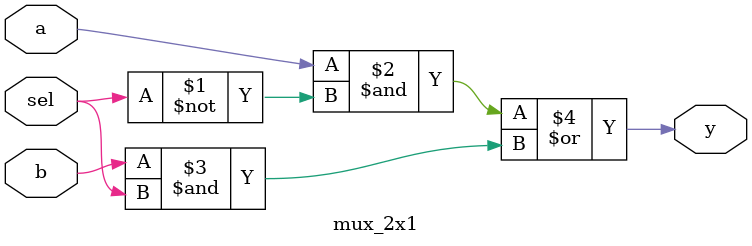
<source format=v>
module logic_gates_by_2x1mux(input a,
                             input b,
									  output y1,y2,y3,y4,y5);
									  
   
 mux_2x1 and_gate(1'b0,b,a,y1);// and gate
 
 mux_2x1 nand_gate(1'b1,~b,a,y2);// nand gate
 
 mux_2x1 or_gate(b,1'b1,a,y3);// or gate
 
 mux_2x1 nor_gate(~b,1'b0,a,y4); // nor gate
  
 mux_2x1 xor_gate(a,~a,b,y5); // xor gate



endmodule


module mux_2x1(
    input a, b, sel, 
    output y);
    assign y = (a & ~sel) | (b & sel);
endmodule













									  


									  
</source>
